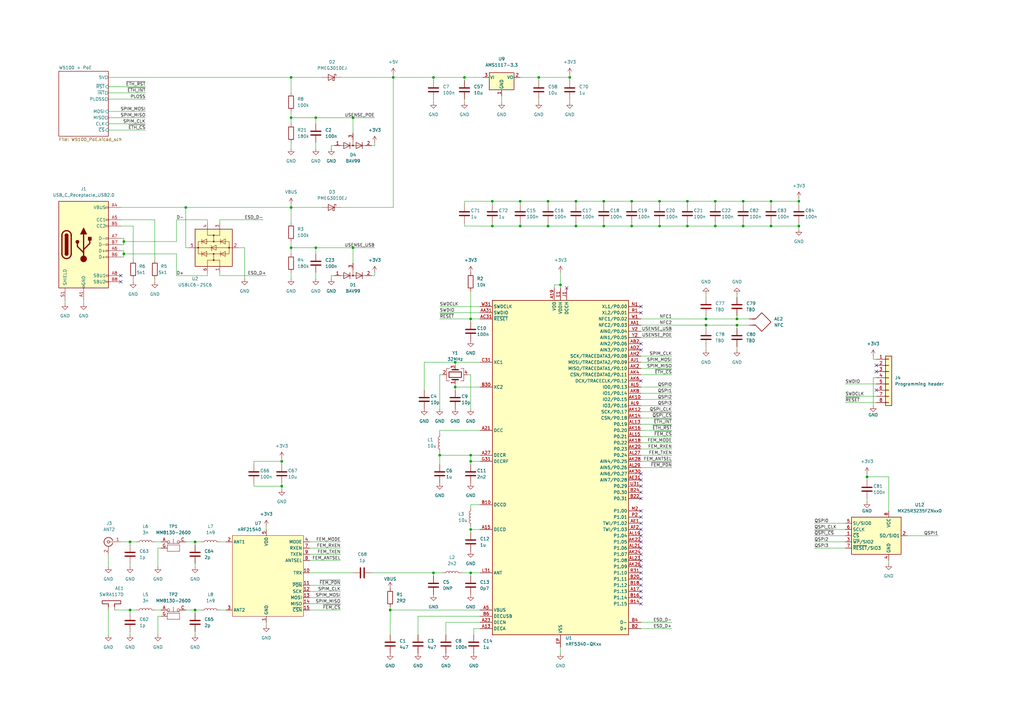
<source format=kicad_sch>
(kicad_sch (version 20211123) (generator eeschema)
  (paper "A3")
  (junction (at 327.66 92.71))
  (junction (at 193.04 234.95))
  (junction (at 53.34 250.19))
  (junction (at 213.36 92.71))
  (junction (at 177.8 31.75))
  (junction (at 119.38 85.09))
  (junction (at 236.22 92.71))
  (junction (at 270.51 82.55))
  (junction (at 50.8 99.06))
  (junction (at 80.01 222.25))
  (junction (at 115.57 189.23))
  (junction (at 193.04 130.81))
  (junction (at 304.8 82.55))
  (junction (at 236.22 82.55))
  (junction (at 53.34 222.25))
  (junction (at 327.66 82.55))
  (junction (at 224.79 92.71))
  (junction (at 50.8 104.14))
  (junction (at 233.68 31.75))
  (junction (at 193.04 217.17))
  (junction (at 259.08 82.55))
  (junction (at 160.02 250.19))
  (junction (at 144.78 101.6))
  (junction (at 129.54 101.6))
  (junction (at 76.2 85.09))
  (junction (at 281.94 82.55))
  (junction (at 144.78 48.26))
  (junction (at 119.38 31.75))
  (junction (at 247.65 82.55))
  (junction (at 302.26 133.35))
  (junction (at 220.98 31.75))
  (junction (at 186.69 148.59))
  (junction (at 193.04 189.23))
  (junction (at 119.38 48.26))
  (junction (at 247.65 92.71))
  (junction (at 259.08 92.71))
  (junction (at 115.57 199.39))
  (junction (at 186.69 158.75))
  (junction (at 302.26 130.81))
  (junction (at 289.56 130.81))
  (junction (at 316.23 82.55))
  (junction (at 355.6 195.58))
  (junction (at 180.34 186.69))
  (junction (at 293.37 82.55))
  (junction (at 80.01 250.19))
  (junction (at 229.87 116.84))
  (junction (at 201.93 82.55))
  (junction (at 213.36 82.55))
  (junction (at 119.38 101.6))
  (junction (at 316.23 92.71))
  (junction (at 190.5 31.75))
  (junction (at 129.54 48.26))
  (junction (at 224.79 82.55))
  (junction (at 304.8 92.71))
  (junction (at 161.29 31.75))
  (junction (at 270.51 92.71))
  (junction (at 289.56 133.35))
  (junction (at 201.93 92.71))
  (junction (at 281.94 92.71))
  (junction (at 293.37 92.71))
  (junction (at 177.8 234.95))
  (junction (at 193.04 186.69))
  (no_connect (at 262.89 227.33))
  (no_connect (at 262.89 199.39))
  (no_connect (at 262.89 245.11))
  (no_connect (at 262.89 212.09))
  (no_connect (at 49.53 113.03))
  (no_connect (at 262.89 194.31))
  (no_connect (at 359.41 160.02))
  (no_connect (at 262.89 128.27))
  (no_connect (at 262.89 201.93))
  (no_connect (at 262.89 156.21))
  (no_connect (at 49.53 115.57))
  (no_connect (at 262.89 214.63))
  (no_connect (at 262.89 217.17))
  (no_connect (at 232.41 118.11))
  (no_connect (at 262.89 125.73))
  (no_connect (at 262.89 229.87))
  (no_connect (at 262.89 196.85))
  (no_connect (at 262.89 237.49))
  (no_connect (at 359.41 152.4))
  (no_connect (at 262.89 204.47))
  (no_connect (at 262.89 224.79))
  (no_connect (at 262.89 232.41))
  (no_connect (at 262.89 234.95))
  (no_connect (at 262.89 247.65))
  (no_connect (at 262.89 209.55))
  (no_connect (at 262.89 222.25))
  (no_connect (at 359.41 149.86))
  (no_connect (at 262.89 143.51))
  (no_connect (at 262.89 219.71))
  (no_connect (at 262.89 242.57))
  (no_connect (at 262.89 240.03))
  (no_connect (at 262.89 140.97))
  (wire (pts (xy 59.69 48.26) (xy 44.45 48.26)))
  (wire (pts (xy 59.69 45.72) (xy 44.45 45.72)))
  (wire (pts (xy 127 247.65) (xy 139.7 247.65)))
  (wire (pts (xy 49.53 105.41) (xy 50.8 105.41)))
  (wire (pts (xy 50.8 104.14) (xy 50.8 105.41)))
  (wire (pts (xy 262.89 176.53) (xy 275.59 176.53)))
  (wire (pts (xy 302.26 133.35) (xy 307.34 133.35)))
  (wire (pts (xy 76.2 101.6) (xy 76.2 85.09)))
  (wire (pts (xy 259.08 82.55) (xy 259.08 83.82)))
  (wire (pts (xy 49.53 222.25) (xy 53.34 222.25)))
  (wire (pts (xy 262.89 181.61) (xy 275.59 181.61)))
  (wire (pts (xy 190.5 31.75) (xy 198.12 31.75)))
  (wire (pts (xy 119.38 111.76) (xy 119.38 114.3)))
  (wire (pts (xy 50.8 102.87) (xy 50.8 104.14)))
  (wire (pts (xy 201.93 92.71) (xy 213.36 92.71)))
  (wire (pts (xy 346.71 165.1) (xy 359.41 165.1)))
  (wire (pts (xy 53.34 231.14) (xy 53.34 232.41)))
  (wire (pts (xy 72.39 99.06) (xy 50.8 99.06)))
  (wire (pts (xy 152.4 234.95) (xy 177.8 234.95)))
  (wire (pts (xy 293.37 92.71) (xy 293.37 91.44)))
  (wire (pts (xy 173.99 148.59) (xy 186.69 148.59)))
  (wire (pts (xy 334.01 224.79) (xy 346.71 224.79)))
  (wire (pts (xy 193.04 234.95) (xy 196.85 234.95)))
  (wire (pts (xy 262.89 186.69) (xy 275.59 186.69)))
  (wire (pts (xy 180.34 125.73) (xy 196.85 125.73)))
  (wire (pts (xy 355.6 204.47) (xy 355.6 205.74)))
  (wire (pts (xy 355.6 194.31) (xy 355.6 195.58)))
  (wire (pts (xy 90.17 91.44) (xy 90.17 90.17)))
  (wire (pts (xy 281.94 82.55) (xy 281.94 83.82)))
  (wire (pts (xy 259.08 92.71) (xy 270.51 92.71)))
  (wire (pts (xy 364.49 195.58) (xy 364.49 209.55)))
  (wire (pts (xy 26.67 123.19) (xy 26.67 124.46)))
  (wire (pts (xy 359.41 154.94) (xy 358.14 154.94)))
  (wire (pts (xy 359.41 147.32) (xy 358.14 147.32)))
  (wire (pts (xy 190.5 82.55) (xy 201.93 82.55)))
  (wire (pts (xy 220.98 31.75) (xy 233.68 31.75)))
  (wire (pts (xy 119.38 31.75) (xy 44.45 31.75)))
  (wire (pts (xy 129.54 104.14) (xy 129.54 101.6)))
  (wire (pts (xy 160.02 248.92) (xy 160.02 250.19)))
  (wire (pts (xy 358.14 147.32) (xy 358.14 146.05)))
  (wire (pts (xy 302.26 130.81) (xy 307.34 130.81)))
  (wire (pts (xy 334.01 214.63) (xy 346.71 214.63)))
  (wire (pts (xy 316.23 91.44) (xy 316.23 92.71)))
  (wire (pts (xy 193.04 189.23) (xy 196.85 189.23)))
  (wire (pts (xy 227.33 116.84) (xy 229.87 116.84)))
  (wire (pts (xy 153.67 101.6) (xy 144.78 101.6)))
  (wire (pts (xy 262.89 130.81) (xy 289.56 130.81)))
  (wire (pts (xy 346.71 162.56) (xy 359.41 162.56)))
  (wire (pts (xy 236.22 92.71) (xy 247.65 92.71)))
  (wire (pts (xy 316.23 92.71) (xy 304.8 92.71)))
  (wire (pts (xy 193.04 217.17) (xy 193.04 218.44)))
  (wire (pts (xy 80.01 250.19) (xy 80.01 251.46)))
  (wire (pts (xy 153.67 58.42) (xy 153.67 59.69)))
  (wire (pts (xy 127 224.79) (xy 139.7 224.79)))
  (wire (pts (xy 262.89 148.59) (xy 275.59 148.59)))
  (wire (pts (xy 190.5 92.71) (xy 201.93 92.71)))
  (wire (pts (xy 293.37 82.55) (xy 304.8 82.55)))
  (wire (pts (xy 275.59 158.75) (xy 262.89 158.75)))
  (wire (pts (xy 104.14 189.23) (xy 104.14 190.5)))
  (wire (pts (xy 193.04 186.69) (xy 193.04 189.23)))
  (wire (pts (xy 196.85 186.69) (xy 193.04 186.69)))
  (wire (pts (xy 233.68 33.02) (xy 233.68 31.75)))
  (wire (pts (xy 129.54 111.76) (xy 129.54 114.3)))
  (wire (pts (xy 355.6 195.58) (xy 364.49 195.58)))
  (wire (pts (xy 54.61 92.71) (xy 49.53 92.71)))
  (wire (pts (xy 119.38 58.42) (xy 119.38 60.96)))
  (wire (pts (xy 161.29 31.75) (xy 161.29 85.09)))
  (wire (pts (xy 262.89 173.99) (xy 275.59 173.99)))
  (wire (pts (xy 115.57 199.39) (xy 115.57 198.12)))
  (wire (pts (xy 127 245.11) (xy 139.7 245.11)))
  (wire (pts (xy 119.38 99.06) (xy 119.38 101.6)))
  (wire (pts (xy 205.74 39.37) (xy 205.74 41.91)))
  (wire (pts (xy 293.37 82.55) (xy 293.37 83.82)))
  (wire (pts (xy 193.04 215.9) (xy 193.04 217.17)))
  (wire (pts (xy 119.38 101.6) (xy 129.54 101.6)))
  (wire (pts (xy 190.5 40.64) (xy 190.5 41.91)))
  (wire (pts (xy 327.66 92.71) (xy 327.66 93.98)))
  (wire (pts (xy 227.33 116.84) (xy 227.33 118.11)))
  (wire (pts (xy 53.34 250.19) (xy 55.88 250.19)))
  (wire (pts (xy 63.5 222.25) (xy 66.04 222.25)))
  (wire (pts (xy 275.59 166.37) (xy 262.89 166.37)))
  (wire (pts (xy 171.45 252.73) (xy 171.45 260.35)))
  (wire (pts (xy 304.8 83.82) (xy 304.8 82.55)))
  (wire (pts (xy 229.87 265.43) (xy 229.87 267.97)))
  (wire (pts (xy 127 229.87) (xy 139.7 229.87)))
  (wire (pts (xy 129.54 48.26) (xy 144.78 48.26)))
  (wire (pts (xy 289.56 129.54) (xy 289.56 130.81)))
  (wire (pts (xy 334.01 217.17) (xy 346.71 217.17)))
  (wire (pts (xy 327.66 81.28) (xy 327.66 82.55)))
  (wire (pts (xy 346.71 157.48) (xy 359.41 157.48)))
  (wire (pts (xy 190.5 82.55) (xy 190.5 83.82)))
  (wire (pts (xy 262.89 257.81) (xy 275.59 257.81)))
  (wire (pts (xy 59.69 53.34) (xy 44.45 53.34)))
  (wire (pts (xy 229.87 116.84) (xy 229.87 118.11)))
  (wire (pts (xy 327.66 82.55) (xy 327.66 83.82)))
  (wire (pts (xy 270.51 82.55) (xy 281.94 82.55)))
  (wire (pts (xy 132.08 31.75) (xy 119.38 31.75)))
  (wire (pts (xy 189.23 234.95) (xy 193.04 234.95)))
  (wire (pts (xy 193.04 132.08) (xy 193.04 130.81)))
  (wire (pts (xy 275.59 171.45) (xy 262.89 171.45)))
  (wire (pts (xy 153.67 48.26) (xy 144.78 48.26)))
  (wire (pts (xy 364.49 229.87) (xy 364.49 231.14)))
  (wire (pts (xy 119.38 48.26) (xy 129.54 48.26)))
  (wire (pts (xy 259.08 91.44) (xy 259.08 92.71)))
  (wire (pts (xy 247.65 91.44) (xy 247.65 92.71)))
  (wire (pts (xy 127 250.19) (xy 139.7 250.19)))
  (wire (pts (xy 275.59 163.83) (xy 262.89 163.83)))
  (wire (pts (xy 193.04 119.38) (xy 193.04 130.81)))
  (wire (pts (xy 281.94 82.55) (xy 293.37 82.55)))
  (wire (pts (xy 161.29 30.48) (xy 161.29 31.75)))
  (wire (pts (xy 262.89 161.29) (xy 275.59 161.29)))
  (wire (pts (xy 224.79 92.71) (xy 236.22 92.71)))
  (wire (pts (xy 115.57 199.39) (xy 115.57 200.66)))
  (wire (pts (xy 190.5 31.75) (xy 190.5 33.02)))
  (wire (pts (xy 236.22 82.55) (xy 236.22 83.82)))
  (wire (pts (xy 262.89 146.05) (xy 275.59 146.05)))
  (wire (pts (xy 80.01 259.08) (xy 80.01 260.35)))
  (wire (pts (xy 34.29 123.19) (xy 34.29 124.46)))
  (wire (pts (xy 262.89 138.43) (xy 275.59 138.43)))
  (wire (pts (xy 196.85 250.19) (xy 160.02 250.19)))
  (wire (pts (xy 181.61 234.95) (xy 177.8 234.95)))
  (wire (pts (xy 181.61 153.67) (xy 180.34 153.67)))
  (wire (pts (xy 262.89 151.13) (xy 275.59 151.13)))
  (wire (pts (xy 144.78 101.6) (xy 144.78 107.95)))
  (wire (pts (xy 127 240.03) (xy 139.7 240.03)))
  (wire (pts (xy 85.09 90.17) (xy 85.09 91.44)))
  (wire (pts (xy 72.39 104.14) (xy 72.39 113.03)))
  (wire (pts (xy 236.22 82.55) (xy 247.65 82.55)))
  (wire (pts (xy 289.56 142.24) (xy 289.56 143.51)))
  (wire (pts (xy 190.5 91.44) (xy 190.5 92.71)))
  (wire (pts (xy 224.79 82.55) (xy 236.22 82.55)))
  (wire (pts (xy 76.2 250.19) (xy 80.01 250.19)))
  (wire (pts (xy 193.04 207.01) (xy 193.04 208.28)))
  (wire (pts (xy 63.5 250.19) (xy 66.04 250.19)))
  (wire (pts (xy 186.69 158.75) (xy 196.85 158.75)))
  (wire (pts (xy 196.85 252.73) (xy 171.45 252.73)))
  (wire (pts (xy 80.01 231.14) (xy 80.01 232.41)))
  (wire (pts (xy 201.93 82.55) (xy 201.93 83.82)))
  (wire (pts (xy 153.67 59.69) (xy 152.4 59.69)))
  (wire (pts (xy 173.99 160.02) (xy 173.99 148.59)))
  (wire (pts (xy 50.8 100.33) (xy 50.8 99.06)))
  (wire (pts (xy 153.67 113.03) (xy 152.4 113.03)))
  (wire (pts (xy 139.7 85.09) (xy 161.29 85.09)))
  (wire (pts (xy 262.89 184.15) (xy 275.59 184.15)))
  (wire (pts (xy 233.68 30.48) (xy 233.68 31.75)))
  (wire (pts (xy 72.39 104.14) (xy 50.8 104.14)))
  (wire (pts (xy 196.85 217.17) (xy 193.04 217.17)))
  (wire (pts (xy 302.26 134.62) (xy 302.26 133.35)))
  (wire (pts (xy 153.67 111.76) (xy 153.67 113.03)))
  (wire (pts (xy 275.59 168.91) (xy 262.89 168.91)))
  (wire (pts (xy 196.85 176.53) (xy 180.34 176.53)))
  (wire (pts (xy 289.56 120.65) (xy 289.56 121.92)))
  (wire (pts (xy 64.77 232.41) (xy 64.77 224.79)))
  (wire (pts (xy 85.09 113.03) (xy 85.09 111.76)))
  (wire (pts (xy 281.94 91.44) (xy 281.94 92.71)))
  (wire (pts (xy 90.17 222.25) (xy 92.71 222.25)))
  (wire (pts (xy 109.22 215.9) (xy 109.22 217.17)))
  (wire (pts (xy 59.69 35.56) (xy 44.45 35.56)))
  (wire (pts (xy 137.16 113.03) (xy 135.89 113.03)))
  (wire (pts (xy 177.8 40.64) (xy 177.8 41.91)))
  (wire (pts (xy 119.38 45.72) (xy 119.38 48.26)))
  (wire (pts (xy 302.26 120.65) (xy 302.26 121.92)))
  (wire (pts (xy 76.2 85.09) (xy 49.53 85.09)))
  (wire (pts (xy 53.34 251.46) (xy 53.34 250.19)))
  (wire (pts (xy 262.89 133.35) (xy 289.56 133.35)))
  (wire (pts (xy 304.8 92.71) (xy 293.37 92.71)))
  (wire (pts (xy 177.8 33.02) (xy 177.8 31.75)))
  (wire (pts (xy 63.5 114.3) (xy 63.5 115.57)))
  (wire (pts (xy 127 242.57) (xy 139.7 242.57)))
  (wire (pts (xy 54.61 106.68) (xy 54.61 92.71)))
  (wire (pts (xy 63.5 90.17) (xy 49.53 90.17)))
  (wire (pts (xy 186.69 158.75) (xy 186.69 160.02)))
  (wire (pts (xy 59.69 40.64) (xy 44.45 40.64)))
  (wire (pts (xy 180.34 153.67) (xy 180.34 167.64)))
  (wire (pts (xy 107.95 90.17) (xy 90.17 90.17)))
  (wire (pts (xy 119.38 48.26) (xy 119.38 50.8)))
  (wire (pts (xy 53.34 222.25) (xy 55.88 222.25)))
  (wire (pts (xy 50.8 99.06) (xy 50.8 97.79)))
  (wire (pts (xy 77.47 101.6) (xy 76.2 101.6)))
  (wire (pts (xy 191.77 153.67) (xy 193.04 153.67)))
  (wire (pts (xy 54.61 114.3) (xy 54.61 115.57)))
  (wire (pts (xy 129.54 50.8) (xy 129.54 48.26)))
  (wire (pts (xy 262.89 135.89) (xy 275.59 135.89)))
  (wire (pts (xy 262.89 189.23) (xy 275.59 189.23)))
  (wire (pts (xy 193.04 153.67) (xy 193.04 167.64)))
  (wire (pts (xy 59.69 38.1) (xy 44.45 38.1)))
  (wire (pts (xy 304.8 91.44) (xy 304.8 92.71)))
  (wire (pts (xy 132.08 85.09) (xy 119.38 85.09)))
  (wire (pts (xy 53.34 223.52) (xy 53.34 222.25)))
  (wire (pts (xy 90.17 111.76) (xy 90.17 113.03)))
  (wire (pts (xy 193.04 189.23) (xy 193.04 190.5)))
  (wire (pts (xy 104.14 189.23) (xy 115.57 189.23)))
  (wire (pts (xy 64.77 260.35) (xy 64.77 252.73)))
  (wire (pts (xy 72.39 113.03) (xy 85.09 113.03)))
  (wire (pts (xy 160.02 250.19) (xy 160.02 260.35)))
  (wire (pts (xy 59.69 50.8) (xy 44.45 50.8)))
  (wire (pts (xy 262.89 179.07) (xy 275.59 179.07)))
  (wire (pts (xy 80.01 222.25) (xy 80.01 223.52)))
  (wire (pts (xy 213.36 91.44) (xy 213.36 92.71)))
  (wire (pts (xy 104.14 199.39) (xy 115.57 199.39)))
  (wire (pts (xy 289.56 134.62) (xy 289.56 133.35)))
  (wire (pts (xy 193.04 130.81) (xy 196.85 130.81)))
  (wire (pts (xy 302.26 129.54) (xy 302.26 130.81)))
  (wire (pts (xy 180.34 176.53) (xy 180.34 177.8)))
  (wire (pts (xy 233.68 40.64) (xy 233.68 41.91)))
  (wire (pts (xy 247.65 92.71) (xy 259.08 92.71)))
  (wire (pts (xy 80.01 250.19) (xy 82.55 250.19)))
  (wire (pts (xy 270.51 92.71) (xy 281.94 92.71)))
  (wire (pts (xy 186.69 148.59) (xy 196.85 148.59)))
  (wire (pts (xy 46.99 250.19) (xy 53.34 250.19)))
  (wire (pts (xy 213.36 82.55) (xy 224.79 82.55)))
  (wire (pts (xy 180.34 186.69) (xy 180.34 185.42)))
  (wire (pts (xy 180.34 186.69) (xy 180.34 190.5)))
  (wire (pts (xy 127 222.25) (xy 139.7 222.25)))
  (wire (pts (xy 334.01 222.25) (xy 346.71 222.25)))
  (wire (pts (xy 72.39 99.06) (xy 72.39 90.17)))
  (wire (pts (xy 129.54 101.6) (xy 144.78 101.6)))
  (wire (pts (xy 44.45 250.19) (xy 44.45 260.35)))
  (wire (pts (xy 262.89 255.27) (xy 275.59 255.27)))
  (wire (pts (xy 213.36 31.75) (xy 220.98 31.75)))
  (wire (pts (xy 327.66 92.71) (xy 316.23 92.71)))
  (wire (pts (xy 302.26 142.24) (xy 302.26 143.51)))
  (wire (pts (xy 76.2 222.25) (xy 80.01 222.25)))
  (wire (pts (xy 334.01 219.71) (xy 346.71 219.71)))
  (wire (pts (xy 194.31 257.81) (xy 196.85 257.81)))
  (wire (pts (xy 177.8 234.95) (xy 177.8 236.22)))
  (wire (pts (xy 358.14 154.94) (xy 358.14 166.37)))
  (wire (pts (xy 196.85 207.01) (xy 193.04 207.01)))
  (wire (pts (xy 289.56 133.35) (xy 302.26 133.35)))
  (wire (pts (xy 186.69 157.48) (xy 186.69 158.75)))
  (wire (pts (xy 100.33 101.6) (xy 100.33 114.3)))
  (wire (pts (xy 72.39 90.17) (xy 85.09 90.17)))
  (wire (pts (xy 194.31 260.35) (xy 194.31 257.81)))
  (wire (pts (xy 64.77 252.73) (xy 66.04 252.73)))
  (wire (pts (xy 53.34 259.08) (xy 53.34 260.35)))
  (wire (pts (xy 355.6 195.58) (xy 355.6 196.85)))
  (wire (pts (xy 115.57 187.96) (xy 115.57 189.23)))
  (wire (pts (xy 270.51 91.44) (xy 270.51 92.71)))
  (wire (pts (xy 180.34 130.81) (xy 193.04 130.81)))
  (wire (pts (xy 213.36 83.82) (xy 213.36 82.55)))
  (wire (pts (xy 220.98 31.75) (xy 220.98 33.02)))
  (wire (pts (xy 289.56 130.81) (xy 302.26 130.81)))
  (wire (pts (xy 262.89 191.77) (xy 275.59 191.77)))
  (wire (pts (xy 180.34 186.69) (xy 193.04 186.69)))
  (wire (pts (xy 49.53 102.87) (xy 50.8 102.87)))
  (wire (pts (xy 144.78 48.26) (xy 144.78 54.61)))
  (wire (pts (xy 80.01 222.25) (xy 82.55 222.25)))
  (wire (pts (xy 63.5 106.68) (xy 63.5 90.17)))
  (wire (pts (xy 135.89 113.03) (xy 135.89 114.3)))
  (wire (pts (xy 236.22 91.44) (xy 236.22 92.71)))
  (wire (pts (xy 213.36 92.71) (xy 224.79 92.71)))
  (wire (pts (xy 201.93 82.55) (xy 213.36 82.55)))
  (wire (pts (xy 119.38 101.6) (xy 119.38 104.14)))
  (wire (pts (xy 182.88 255.27) (xy 182.88 260.35)))
  (wire (pts (xy 247.65 82.55) (xy 247.65 83.82)))
  (wire (pts (xy 224.79 91.44) (xy 224.79 92.71)))
  (wire (pts (xy 109.22 113.03) (xy 90.17 113.03)))
  (wire (pts (xy 119.38 85.09) (xy 76.2 85.09)))
  (wire (pts (xy 224.79 82.55) (xy 224.79 83.82)))
  (wire (pts (xy 196.85 255.27) (xy 182.88 255.27)))
  (wire (pts (xy 180.34 128.27) (xy 196.85 128.27)))
  (wire (pts (xy 104.14 198.12) (xy 104.14 199.39)))
  (wire (pts (xy 161.29 31.75) (xy 177.8 31.75)))
  (wire (pts (xy 119.38 85.09) (xy 119.38 91.44)))
  (wire (pts (xy 127 227.33) (xy 139.7 227.33)))
  (wire (pts (xy 186.69 148.59) (xy 186.69 149.86)))
  (wire (pts (xy 139.7 31.75) (xy 161.29 31.75)))
  (wire (pts (xy 327.66 82.55) (xy 316.23 82.55)))
  (wire (pts (xy 247.65 82.55) (xy 259.08 82.55)))
  (wire (pts (xy 129.54 58.42) (xy 129.54 60.96)))
  (wire (pts (xy 201.93 91.44) (xy 201.93 92.71)))
  (wire (pts (xy 119.38 31.75) (xy 119.38 38.1)))
  (wire (pts (xy 177.8 31.75) (xy 190.5 31.75)))
  (wire (pts (xy 97.79 101.6) (xy 100.33 101.6)))
  (wire (pts (xy 229.87 111.76) (xy 229.87 116.84)))
  (wire (pts (xy 270.51 82.55) (xy 270.51 83.82)))
  (wire (pts (xy 327.66 91.44) (xy 327.66 92.71)))
  (wire (pts (xy 44.45 227.33) (xy 44.45 232.41)))
  (wire (pts (xy 109.22 255.27) (xy 109.22 256.54)))
  (wire (pts (xy 49.53 100.33) (xy 50.8 100.33)))
  (wire (pts (xy 135.89 59.69) (xy 135.89 60.96)))
  (wire (pts (xy 220.98 40.64) (xy 220.98 41.91)))
  (wire (pts (xy 127 234.95) (xy 144.78 234.95)))
  (wire (pts (xy 262.89 153.67) (xy 275.59 153.67)))
  (wire (pts (xy 259.08 82.55) (xy 270.51 82.55)))
  (wire (pts (xy 193.04 234.95) (xy 193.04 236.22)))
  (wire (pts (xy 115.57 189.23) (xy 115.57 190.5)))
  (wire (pts (xy 90.17 250.19) (xy 92.71 250.19)))
  (wire (pts (xy 281.94 92.71) (xy 293.37 92.71)))
  (wire (pts (xy 372.11 219.71) (xy 384.81 219.71)))
  (wire (pts (xy 316.23 82.55) (xy 304.8 82.55)))
  (wire (pts (xy 137.16 59.69) (xy 135.89 59.69)))
  (wire (pts (xy 119.38 83.82) (xy 119.38 85.09)))
  (wire (pts (xy 50.8 97.79) (xy 49.53 97.79)))
  (wire (pts (xy 316.23 82.55) (xy 316.23 83.82)))
  (wire (pts (xy 64.77 224.79) (xy 66.04 224.79)))
  (label "~{FEM_CS}" (at 139.7 250.19 180))
  (label "~{ETH_CS}" (at 275.59 153.67 180))
  (label "FEM_ANTSEL" (at 139.7 229.87 180))
  (label "FEM_ANTSEL" (at 275.59 189.23 180))
  (label "SPIM_CLK" (at 275.59 146.05 180))
  (label "~{ETH_INT}" (at 275.59 173.99 180))
  (label "~{RESET}" (at 180.34 130.81 0))
  (label "FEM_TXEN" (at 275.59 186.69 180))
  (label "~{FEM_PDN}" (at 139.7 240.03 180))
  (label "~{ETH_RST}" (at 59.69 35.56 180))
  (label "PLOSS" (at 59.69 40.64 180))
  (label "~{QSPI_CS}" (at 275.59 171.45 180))
  (label "SPIM_MOSI" (at 59.69 45.72 180))
  (label "ESD_D-" (at 275.59 255.27 180))
  (label "FEM_RXEN" (at 139.7 224.79 180))
  (label "NFC2" (at 275.59 133.35 180))
  (label "SPIM_CLK" (at 139.7 242.57 180))
  (label "ESD_D+" (at 109.22 113.03 180))
  (label "QSPI1" (at 275.59 161.29 180))
  (label "QSPI2" (at 334.01 222.25 0))
  (label "QSPI1" (at 384.81 219.71 180))
  (label "D-" (at 72.39 90.17 0))
  (label "~{RESET}" (at 346.71 165.1 0))
  (label "~{ETH_CS}" (at 59.69 53.34 180))
  (label "~{ETH_INT}" (at 59.69 38.1 180))
  (label "SPIM_MOSI" (at 275.59 148.59 180))
  (label "FEM_MODE" (at 139.7 222.25 180))
  (label "USENSE_USB" (at 153.67 101.6 180))
  (label "SWDCLK" (at 180.34 125.73 0))
  (label "SPIM_MISO" (at 139.7 247.65 180))
  (label "USENSE_POE" (at 153.67 48.26 180))
  (label "USENSE_POE" (at 275.59 138.43 180))
  (label "FEM_MODE" (at 275.59 181.61 180))
  (label "QSPI3" (at 275.59 166.37 180))
  (label "~{FEM_PDN}" (at 275.59 191.77 180))
  (label "SPIM_MISO" (at 275.59 151.13 180))
  (label "NFC1" (at 275.59 130.81 180))
  (label "QSPI0" (at 275.59 158.75 180))
  (label "ESD_D-" (at 107.95 90.17 180))
  (label "~{QSPI_CS}" (at 334.01 219.71 0))
  (label "D+" (at 72.39 113.03 0))
  (label "SPIM_MOSI" (at 139.7 245.11 180))
  (label "SWDCLK" (at 346.71 162.56 0))
  (label "~{FEM_CS}" (at 275.59 179.07 180))
  (label "FEM_TXEN" (at 139.7 227.33 180))
  (label "USENSE_USB" (at 275.59 135.89 180))
  (label "SPIM_MISO" (at 59.69 48.26 180))
  (label "QSPI0" (at 334.01 214.63 0))
  (label "~{ETH_RST}" (at 275.59 176.53 180))
  (label "QSPI_CLK" (at 334.01 217.17 0))
  (label "FEM_RXEN" (at 275.59 184.15 180))
  (label "SPIM_CLK" (at 59.69 50.8 180))
  (label "SWDIO" (at 180.34 128.27 0))
  (label "QSPI_CLK" (at 275.59 168.91 180))
  (label "QSPI2" (at 275.59 163.83 180))
  (label "QSPI3" (at 334.01 224.79 0))
  (label "SWDIO" (at 346.71 157.48 0))
  (label "ESD_D+" (at 275.59 257.81 180))
  (symbol (lib_id "power:GND") (at 173.99 167.64 0) (unit 1)
    (property "Reference" "#PWR04" (effects hide))
    (property "Value" "GND" (at 173.99 172.72 0))
  )
  (symbol (lib_id "Diode:PMEG3010EJ") (at 135.89 85.09 0) (mirror y) (unit 1)
    (property "Reference" "D3" (at 136.2075 78.74 0))
    (property "Value" "PMEG3010EJ" (at 136.2075 81.28 0))
    (property "Footprint" "Diode_SMD:D_SOD-323F" (effects hide))
    (property "Datasheet" "https://assets.nexperia.com/documents/data-sheet/PMEG3010EH_EJ_ET.pdf" (effects hide))
  )
  (symbol (lib_id "power:GND") (at 177.8 41.91 0) (unit 1)
    (property "Reference" "#PWR0120" (effects hide))
    (property "Value" "GND" (at 177.8 46.99 0))
  )
  (symbol (lib_id "power:GND") (at 129.54 60.96 0) (unit 1)
    (property "Reference" "#PWR0112" (effects hide))
    (property "Value" "GND" (at 129.54 66.04 0))
  )
  (symbol (lib_id "Connector_Generic:Conn_01x08") (at 364.49 154.94 0) (unit 1)
    (property "Reference" "J4" (at 367.03 154.9399 0) (effects (justify left)))
    (property "Value" "Programming header" (at 367.03 157.4799 0) (effects (justify left)))
    (property "Footprint" "soicbite:SOIC_clipProgSmall" (effects hide))
  )
  (symbol (lib_id "Device:C") (at 213.36 87.63 0) (unit 1)
    (property "Reference" "C15" (at 215.9 86.36 0) (effects (justify left)))
    (property "Value" "100n" (at 215.9 88.9 0) (effects (justify left)))
    (property "Footprint" "Capacitor_SMD:C_0402_1005Metric" (effects hide))
  )
  (symbol (lib_id "power:+3V3") (at 229.87 111.76 0) (unit 1)
    (property "Reference" "#PWR019" (effects hide))
    (property "Value" "+3V3" (at 229.87 106.68 0))
  )
  (symbol (lib_id "power:GND") (at 26.67 124.46 0) (unit 1)
    (property "Reference" "#PWR034" (effects hide))
    (property "Value" "GND" (at 26.67 129.54 0))
  )
  (symbol (lib_id "power:GND") (at 190.5 41.91 0) (unit 1)
    (property "Reference" "#PWR0121" (effects hide))
    (property "Value" "GND" (at 190.5 46.99 0))
  )
  (symbol (lib_id "Regulator_Linear:AMS1117-3.3") (at 205.74 31.75 0) (unit 1)
    (property "Reference" "U9" (at 205.74 24.13 0))
    (property "Value" "AMS1117-3.3" (at 205.74 26.67 0))
    (property "Footprint" "Package_TO_SOT_SMD:SOT-223-3_TabPin2" (effects hide))
    (property "Datasheet" "http://www.advanced-monolithic.com/pdf/ds1117.pdf" (effects hide))
  )
  (symbol (lib_id "nordic:nRF21540") (at 109.22 228.6 0) (mirror y) (unit 1)
    (property "Reference" "U7" (at 107.2006 214.63 0) (effects (justify left)))
    (property "Value" "nRF21540" (at 107.2006 217.17 0) (effects (justify left)))
    (property "Footprint" "Package_DFN_QFN:QFN-16-1EP_4x4mm_P0.65mm_EP2.7x2.7mm_ThermalVias" (effects hide))
  )
  (symbol (lib_id "Device:R") (at 119.38 95.25 0) (unit 1)
    (property "Reference" "R3" (at 121.92 93.9799 0) (effects (justify left)))
    (property "Value" "100k" (at 121.92 96.5199 0) (effects (justify left)))
    (property "Footprint" "Resistor_SMD:R_0402_1005Metric" (effects hide))
  )
  (symbol (lib_id "Device:C") (at 302.26 138.43 0) (unit 1)
    (property "Reference" "C80" (at 306.07 137.1599 0) (effects (justify left)))
    (property "Value" "TBD" (at 306.07 139.6999 0) (effects (justify left)))
    (property "Footprint" "Capacitor_SMD:C_0402_1005Metric" (effects hide))
  )
  (symbol (lib_id "Device:C") (at 129.54 54.61 0) (unit 1)
    (property "Reference" "C2" (at 133.35 53.3399 0) (effects (justify left)))
    (property "Value" "100n" (at 133.35 55.8799 0) (effects (justify left)))
    (property "Footprint" "Capacitor_SMD:C_0402_1005Metric" (effects hide))
  )
  (symbol (lib_id "Memory_Flash:MX25R3235FZNxx0") (at 359.41 219.71 0) (unit 1)
    (property "Reference" "U12" (at 377.19 207.01 0))
    (property "Value" "MX25R3235FZNxx0" (at 377.19 209.55 0))
    (property "Footprint" "Package_SON:WSON-8-1EP_6x5mm_P1.27mm_EP3.4x4mm" (effects hide))
    (property "Datasheet" "http://www.macronix.com/Lists/Datasheet/Attachments/7534/MX25R3235F,%20Wide%20Range,%2032Mb,%20v1.6.pdf" (effects hide))
  )
  (symbol (lib_id "Device:C") (at 193.04 135.89 0) (unit 1)
    (property "Reference" "C10" (at 195.58 134.62 0) (effects (justify left)))
    (property "Value" "100n" (at 195.58 137.16 0) (effects (justify left)))
    (property "Footprint" "Capacitor_SMD:C_0402_1005Metric" (effects hide))
  )
  (symbol (lib_id "Device:C") (at 247.65 87.63 0) (unit 1)
    (property "Reference" "C18" (at 250.19 86.36 0) (effects (justify left)))
    (property "Value" "100n" (at 250.19 88.9 0) (effects (justify left)))
    (property "Footprint" "Capacitor_SMD:C_0402_1005Metric" (effects hide))
  )
  (symbol (lib_id "Device:R") (at 54.61 110.49 0) (unit 1)
    (property "Reference" "R6" (at 59.69 109.22 0) (effects (justify right)))
    (property "Value" "5k1" (at 59.69 111.76 0) (effects (justify right)))
    (property "Footprint" "Resistor_SMD:R_0402_1005Metric" (effects hide))
  )
  (symbol (lib_id "power:+3V3") (at 327.66 81.28 0) (unit 1)
    (property "Reference" "#PWR021" (effects hide))
    (property "Value" "+3V3" (at 327.66 76.2 0))
  )
  (symbol (lib_id "Device:C") (at 316.23 87.63 0) (unit 1)
    (property "Reference" "C83" (at 318.77 86.36 0) (effects (justify left)))
    (property "Value" "100n" (at 318.77 88.9 0) (effects (justify left)))
    (property "Footprint" "Capacitor_SMD:C_0402_1005Metric" (effects hide))
  )
  (symbol (lib_id "Device:C") (at 193.04 194.31 0) (unit 1)
    (property "Reference" "C11" (at 195.58 193.04 0) (effects (justify left)))
    (property "Value" "2n2" (at 195.58 195.58 0) (effects (justify left)))
    (property "Footprint" "Capacitor_SMD:C_0402_1005Metric" (effects hide))
  )
  (symbol (lib_id "Device:C") (at 270.51 87.63 0) (unit 1)
    (property "Reference" "C20" (at 273.05 86.36 0) (effects (justify left)))
    (property "Value" "100n" (at 273.05 88.9 0) (effects (justify left)))
    (property "Footprint" "Capacitor_SMD:C_0402_1005Metric" (effects hide))
  )
  (symbol (lib_id "Connector:USB_C_Receptacle_USB2.0") (at 34.29 100.33 0) (unit 1)
    (property "Reference" "J1" (at 34.29 77.47 0))
    (property "Value" "USB_C_Receptacle_USB2.0" (at 34.29 80.01 0))
    (property "Footprint" "Connector_USB:USB_C_Receptacle_XKB_U262-16XN-4BVC11" (effects hide))
    (property "Datasheet" "https://www.usb.org/sites/default/files/documents/usb_type-c.zip" (effects hide))
  )
  (symbol (lib_id "power:GND") (at 119.38 60.96 0) (unit 1)
    (property "Reference" "#PWR0140" (effects hide))
    (property "Value" "GND" (at 119.38 66.04 0))
  )
  (symbol (lib_id "power:GND") (at 54.61 115.57 0) (unit 1)
    (property "Reference" "#PWR032" (effects hide))
    (property "Value" "GND" (at 54.61 120.65 0))
  )
  (symbol (lib_id "Device:C") (at 293.37 87.63 0) (unit 1)
    (property "Reference" "C22" (at 295.91 86.36 0) (effects (justify left)))
    (property "Value" "100n" (at 295.91 88.9 0) (effects (justify left)))
    (property "Footprint" "Capacitor_SMD:C_0402_1005Metric" (effects hide))
  )
  (symbol (lib_id "Device:Antenna_Dipole") (at 46.99 245.11 0) (mirror y) (unit 1)
    (property "Reference" "AE1" (at 50.8 241.3 0) (effects (justify left)))
    (property "Value" "SWRA117D" (at 50.8 243.84 0) (effects (justify left)))
    (property "Footprint" "RF_Antenna:Texas_SWRA117D_2.4GHz_Right" (effects hide))
  )
  (symbol (lib_id "power:GND") (at 186.69 167.64 0) (unit 1)
    (property "Reference" "#PWR011" (effects hide))
    (property "Value" "GND" (at 186.69 172.72 0))
  )
  (symbol (lib_id "power:GND") (at 327.66 93.98 0) (unit 1)
    (property "Reference" "#PWR022" (effects hide))
    (property "Value" "GND" (at 327.66 99.06 0))
  )
  (symbol (lib_id "Device:L") (at 185.42 234.95 90) (unit 1)
    (property "Reference" "L2" (at 185.42 228.6 90))
    (property "Value" "2n2" (at 185.42 231.14 90))
    (property "Footprint" "Capacitor_SMD:C_0402_1005Metric" (effects hide))
  )
  (symbol (lib_id "Device:R") (at 119.38 54.61 0) (unit 1)
    (property "Reference" "R21" (at 121.92 53.3399 0) (effects (justify left)))
    (property "Value" "180k" (at 121.92 55.8799 0) (effects (justify left)))
    (property "Footprint" "Resistor_SMD:R_0402_1005Metric" (effects hide))
  )
  (symbol (lib_id "power:GND") (at 53.34 232.41 0) (mirror y) (unit 1)
    (property "Reference" "#PWR0105" (effects hide))
    (property "Value" "GND" (at 53.34 237.49 0))
  )
  (symbol (lib_id "Device:C") (at 289.56 138.43 0) (unit 1)
    (property "Reference" "C78" (at 293.37 137.1599 0) (effects (justify left)))
    (property "Value" "TBD" (at 293.37 139.6999 0) (effects (justify left)))
    (property "Footprint" "Capacitor_SMD:C_0402_1005Metric" (effects hide))
  )
  (symbol (lib_id "Device:C") (at 173.99 163.83 0) (unit 1)
    (property "Reference" "C4" (at 176.53 162.56 0) (effects (justify left)))
    (property "Value" "10p" (at 176.53 165.1 0) (effects (justify left)))
    (property "Footprint" "Capacitor_SMD:C_0402_1005Metric" (effects hide))
  )
  (symbol (lib_id "Device:C") (at 259.08 87.63 0) (unit 1)
    (property "Reference" "C19" (at 261.62 86.36 0) (effects (justify left)))
    (property "Value" "100n" (at 261.62 88.9 0) (effects (justify left)))
    (property "Footprint" "Capacitor_SMD:C_0402_1005Metric" (effects hide))
  )
  (symbol (lib_id "Device:R") (at 119.38 41.91 0) (unit 1)
    (property "Reference" "R8" (at 121.92 40.6399 0) (effects (justify left)))
    (property "Value" "100k" (at 121.92 43.1799 0) (effects (justify left)))
    (property "Footprint" "Resistor_SMD:R_0402_1005Metric" (effects hide))
  )
  (symbol (lib_id "power:GND") (at 220.98 41.91 0) (unit 1)
    (property "Reference" "#PWR0138" (effects hide))
    (property "Value" "GND" (at 220.98 46.99 0))
  )
  (symbol (lib_id "Device:C") (at 302.26 125.73 0) (unit 1)
    (property "Reference" "C79" (at 306.07 124.4599 0) (effects (justify left)))
    (property "Value" "TBD" (at 306.07 126.9999 0) (effects (justify left)))
    (property "Footprint" "Capacitor_SMD:C_0402_1005Metric" (effects hide))
  )
  (symbol (lib_id "Device:C") (at 148.59 234.95 90) (unit 1)
    (property "Reference" "C68" (at 148.59 227.33 90))
    (property "Value" "1p" (at 148.59 229.87 90))
    (property "Footprint" "Capacitor_SMD:C_0402_1005Metric" (effects hide))
  )
  (symbol (lib_id "power:GND") (at 180.34 167.64 0) (unit 1)
    (property "Reference" "#PWR06" (effects hide))
    (property "Value" "GND" (at 180.34 172.72 0))
  )
  (symbol (lib_id "Device:C") (at 53.34 255.27 0) (unit 1)
    (property "Reference" "C62" (at 57.15 253.9999 0) (effects (justify left)))
    (property "Value" "1p" (at 57.15 256.5399 0) (effects (justify left)))
    (property "Footprint" "Capacitor_SMD:C_0402_1005Metric" (effects hide))
  )
  (symbol (lib_id "power:+5V") (at 161.29 30.48 0) (unit 1)
    (property "Reference" "#PWR0133" (effects hide))
    (property "Value" "+5V" (at 161.29 25.4 0))
  )
  (symbol (lib_id "power:GND") (at 233.68 41.91 0) (unit 1)
    (property "Reference" "#PWR0139" (effects hide))
    (property "Value" "GND" (at 233.68 46.99 0))
  )
  (symbol (lib_id "power:GND") (at 44.45 260.35 0) (mirror y) (unit 1)
    (property "Reference" "#PWR0109" (effects hide))
    (property "Value" "GND" (at 44.45 265.43 0))
  )
  (symbol (lib_id "Device:R") (at 119.38 107.95 0) (unit 1)
    (property "Reference" "R4" (at 121.92 106.6799 0) (effects (justify left)))
    (property "Value" "180k" (at 121.92 109.2199 0) (effects (justify left)))
    (property "Footprint" "Resistor_SMD:R_0402_1005Metric" (effects hide))
  )
  (symbol (lib_id "Device:C") (at 177.8 240.03 0) (unit 1)
    (property "Reference" "C5" (at 181.61 238.7599 0) (effects (justify left)))
    (property "Value" "DNP" (at 181.61 241.2999 0) (effects (justify left)))
    (property "Footprint" "Capacitor_SMD:C_0402_1005Metric" (effects hide))
  )
  (symbol (lib_id "power:GND") (at 193.04 243.84 0) (unit 1)
    (property "Reference" "#PWR017" (effects hide))
    (property "Value" "GND" (at 193.04 248.92 0))
  )
  (symbol (lib_id "Device:C") (at 201.93 87.63 0) (unit 1)
    (property "Reference" "C72" (at 204.47 86.36 0) (effects (justify left)))
    (property "Value" "1u" (at 204.47 88.9 0) (effects (justify left)))
    (property "Footprint" "Capacitor_SMD:C_0603_1608Metric" (effects hide))
  )
  (symbol (lib_id "Connector:Conn_Coaxial") (at 44.45 222.25 0) (mirror y) (unit 1)
    (property "Reference" "J3" (at 44.7674 214.63 0))
    (property "Value" "ANT2" (at 44.7674 217.17 0))
    (property "Footprint" "Connector_Coaxial:U.FL_Hirose_U.FL-R-SMT-1_Vertical" (effects hide))
    (property "Datasheet" " ~" (effects hide))
  )
  (symbol (lib_id "power:GND") (at 193.04 226.06 0) (unit 1)
    (property "Reference" "#PWR016" (effects hide))
    (property "Value" "GND" (at 193.04 231.14 0))
  )
  (symbol (lib_id "Device:C") (at 80.01 227.33 0) (unit 1)
    (property "Reference" "C64" (at 83.82 226.0599 0) (effects (justify left)))
    (property "Value" "2p" (at 83.82 228.5999 0) (effects (justify left)))
    (property "Footprint" "Capacitor_SMD:C_0402_1005Metric" (effects hide))
  )
  (symbol (lib_id "Device:C") (at 190.5 36.83 0) (unit 1)
    (property "Reference" "C57" (at 194.31 35.5599 0) (effects (justify left)))
    (property "Value" "10u" (at 194.31 38.0999 0) (effects (justify left)))
    (property "Footprint" "Capacitor_SMD:C_0603_1608Metric" (effects hide))
  )
  (symbol (lib_id "power:+3V3") (at 233.68 30.48 0) (unit 1)
    (property "Reference" "#PWR0134" (effects hide))
    (property "Value" "+3V3" (at 233.68 25.4 0))
  )
  (symbol (lib_id "Device:C") (at 171.45 264.16 0) (unit 1)
    (property "Reference" "C3" (at 175.26 262.8899 0) (effects (justify left)))
    (property "Value" "4u7" (at 175.26 265.4299 0) (effects (justify left)))
    (property "Footprint" "Capacitor_SMD:C_0603_1608Metric" (effects hide))
  )
  (symbol (lib_id "power:GND") (at 135.89 114.3 0) (unit 1)
    (property "Reference" "#PWR025" (effects hide))
    (property "Value" "GND" (at 135.89 119.38 0))
  )
  (symbol (lib_id "power:GND") (at 171.45 267.97 0) (unit 1)
    (property "Reference" "#PWR03" (effects hide))
    (property "Value" "GND" (at 171.45 273.05 0))
  )
  (symbol (lib_id "Device:C") (at 177.8 36.83 0) (unit 1)
    (property "Reference" "C7" (at 181.61 35.5599 0) (effects (justify left)))
    (property "Value" "100n" (at 181.61 38.0999 0) (effects (justify left)))
    (property "Footprint" "Capacitor_SMD:C_0402_1005Metric" (effects hide))
  )
  (symbol (lib_id "power:GND") (at 182.88 267.97 0) (unit 1)
    (property "Reference" "#PWR010" (effects hide))
    (property "Value" "GND" (at 182.88 273.05 0))
  )
  (symbol (lib_id "Device:C") (at 80.01 255.27 0) (unit 1)
    (property "Reference" "C65" (at 83.82 253.9999 0) (effects (justify left)))
    (property "Value" "2p" (at 83.82 256.5399 0) (effects (justify left)))
    (property "Footprint" "Capacitor_SMD:C_0402_1005Metric" (effects hide))
  )
  (symbol (lib_id "power:GND") (at 229.87 267.97 0) (unit 1)
    (property "Reference" "#PWR020" (effects hide))
    (property "Value" "GND" (at 229.87 273.05 0))
  )
  (symbol (lib_id "power:GND") (at 64.77 232.41 0) (mirror y) (unit 1)
    (property "Reference" "#PWR0152" (effects hide))
    (property "Value" "GND" (at 64.77 237.49 0))
  )
  (symbol (lib_id "power:GND") (at 129.54 114.3 0) (unit 1)
    (property "Reference" "#PWR026" (effects hide))
    (property "Value" "GND" (at 129.54 119.38 0))
  )
  (symbol (lib_id "power:GND") (at 193.04 198.12 0) (unit 1)
    (property "Reference" "#PWR015" (effects hide))
    (property "Value" "GND" (at 193.04 203.2 0))
  )
  (symbol (lib_id "power:GND") (at 355.6 205.74 0) (unit 1)
    (property "Reference" "#PWR0149" (effects hide))
    (property "Value" "GND" (at 355.6 209.55 0))
  )
  (symbol (lib_id "Device:Antenna_Loop") (at 312.42 130.81 270) (unit 1)
    (property "Reference" "AE2" (at 317.5 130.8099 90) (effects (justify left)))
    (property "Value" "NFC" (at 317.5 133.3499 90) (effects (justify left)))
  )
  (symbol (lib_id "power:+3V3") (at 153.67 58.42 0) (mirror y) (unit 1)
    (property "Reference" "#PWR0114" (effects hide))
    (property "Value" "+3V3" (at 153.67 53.34 0))
  )
  (symbol (lib_id "power:+3V3") (at 115.57 187.96 0) (unit 1)
    (property "Reference" "#PWR0104" (effects hide))
    (property "Value" "+3V3" (at 115.57 182.88 0))
  )
  (symbol (lib_id "power:GND") (at 135.89 60.96 0) (unit 1)
    (property "Reference" "#PWR0113" (effects hide))
    (property "Value" "GND" (at 135.89 66.04 0))
  )
  (symbol (lib_id "Device:C") (at 180.34 194.31 0) (unit 1)
    (property "Reference" "C6" (at 182.88 193.04 0) (effects (justify left)))
    (property "Value" "1u" (at 182.88 195.58 0) (effects (justify left)))
    (property "Footprint" "Capacitor_SMD:C_0603_1608Metric" (effects hide))
  )
  (symbol (lib_id "Device:Crystal_GND24") (at 186.69 153.67 90) (unit 1)
    (property "Reference" "Y1" (at 186.69 144.78 90))
    (property "Value" "32MHz" (at 186.69 147.32 90))
    (property "Footprint" "Crystal:Crystal_SMD_3225-4Pin_3.2x2.5mm" (effects hide))
  )
  (symbol (lib_id "power:+3V3") (at 109.22 215.9 0) (mirror y) (unit 1)
    (property "Reference" "#PWR0102" (effects hide))
    (property "Value" "+3V3" (at 109.22 210.82 0))
  )
  (symbol (lib_id "Device:C") (at 182.88 264.16 0) (unit 1)
    (property "Reference" "C8" (at 186.69 262.8899 0) (effects (justify left)))
    (property "Value" "100n" (at 186.69 265.4299 0) (effects (justify left)))
    (property "Footprint" "Capacitor_SMD:C_0402_1005Metric" (effects hide))
  )
  (symbol (lib_id "Device:R") (at 63.5 110.49 0) (mirror y) (unit 1)
    (property "Reference" "R5" (at 68.58 109.22 0) (effects (justify left)))
    (property "Value" "5k1" (at 68.58 111.76 0) (effects (justify left)))
    (property "Footprint" "Resistor_SMD:R_0402_1005Metric" (effects hide))
  )
  (symbol (lib_id "Device:R") (at 160.02 245.11 0) (unit 1)
    (property "Reference" "R1" (at 162.56 243.8399 0) (effects (justify left)))
    (property "Value" "2R2" (at 162.56 246.3799 0) (effects (justify left)))
    (property "Footprint" "Resistor_SMD:R_0402_1005Metric" (effects hide))
  )
  (symbol (lib_id "power:GND") (at 53.34 260.35 0) (mirror y) (unit 1)
    (property "Reference" "#PWR0108" (effects hide))
    (property "Value" "GND" (at 53.34 265.43 0))
  )
  (symbol (lib_id "Device:C") (at 190.5 87.63 0) (unit 1)
    (property "Reference" "C71" (at 193.04 86.36 0) (effects (justify left)))
    (property "Value" "1u" (at 193.04 88.9 0) (effects (justify left)))
    (property "Footprint" "Capacitor_SMD:C_0603_1608Metric" (effects hide))
  )
  (symbol (lib_id "Device:L") (at 193.04 212.09 180) (unit 1)
    (property "Reference" "L3" (at 187.96 210.82 0) (effects (justify right)))
    (property "Value" "10u" (at 187.96 213.36 0) (effects (justify right)))
    (property "Footprint" "Inductor_SMD:L_0603_1608Metric" (effects hide))
  )
  (symbol (lib_id "power:VBUS") (at 119.38 83.82 0) (mirror y) (unit 1)
    (property "Reference" "#PWR027" (effects hide))
    (property "Value" "VBUS" (at 119.38 78.74 0))
  )
  (symbol (lib_id "Diode:BAV99") (at 144.78 113.03 0) (mirror x) (unit 1)
    (property "Reference" "D1" (at 144.78 116.84 0))
    (property "Value" "BAV99" (at 144.78 119.38 0))
    (property "Footprint" "Package_TO_SOT_SMD:SOT-23" (effects hide))
    (property "Datasheet" "https://assets.nexperia.com/documents/data-sheet/BAV99_SER.pdf" (effects hide))
  )
  (symbol (lib_id "Device:C") (at 186.69 163.83 0) (unit 1)
    (property "Reference" "C9" (at 189.23 162.56 0) (effects (justify left)))
    (property "Value" "10p" (at 189.23 165.1 0) (effects (justify left)))
    (property "Footprint" "Capacitor_SMD:C_0402_1005Metric" (effects hide))
  )
  (symbol (lib_id "Device:C") (at 53.34 227.33 0) (unit 1)
    (property "Reference" "C63" (at 57.15 226.0599 0) (effects (justify left)))
    (property "Value" "1p" (at 57.15 228.5999 0) (effects (justify left)))
    (property "Footprint" "Capacitor_SMD:C_0402_1005Metric" (effects hide))
  )
  (symbol (lib_id "power:GND") (at 80.01 260.35 0) (mirror y) (unit 1)
    (property "Reference" "#PWR0106" (effects hide))
    (property "Value" "GND" (at 80.01 265.43 0))
  )
  (symbol (lib_id "Device:C") (at 355.6 200.66 0) (unit 1)
    (property "Reference" "C81" (at 358.14 199.39 0) (effects (justify left)))
    (property "Value" "100n" (at 358.14 201.93 0) (effects (justify left)))
    (property "Footprint" "Capacitor_SMD:C_0402_1005Metric" (effects hide))
  )
  (symbol (lib_id "power:+3V3") (at 358.14 146.05 0) (unit 1)
    (property "Reference" "#PWR09" (effects hide))
    (property "Value" "+3V3" (at 358.14 140.97 0))
  )
  (symbol (lib_id "power:VBUS") (at 160.02 241.3 0) (unit 1)
    (property "Reference" "#PWR01" (effects hide))
    (property "Value" "VBUS" (at 160.02 237.49 0))
  )
  (symbol (lib_id "Device:C") (at 194.31 264.16 0) (unit 1)
    (property "Reference" "C14" (at 198.12 262.8899 0) (effects (justify left)))
    (property "Value" "1u" (at 198.12 265.4299 0) (effects (justify left)))
    (property "Footprint" "Capacitor_SMD:C_0603_1608Metric" (effects hide))
  )
  (symbol (lib_id "Device:C") (at 304.8 87.63 0) (unit 1)
    (property "Reference" "C82" (at 307.34 86.36 0) (effects (justify left)))
    (property "Value" "100n" (at 307.34 88.9 0) (effects (justify left)))
    (property "Footprint" "Capacitor_SMD:C_0402_1005Metric" (effects hide))
  )
  (symbol (lib_id "power:GND") (at 289.56 143.51 0) (unit 1)
    (property "Reference" "#PWR0147" (effects hide))
    (property "Value" "GND" (at 289.56 148.59 0))
  )
  (symbol (lib_id "Diode:BAV99") (at 144.78 59.69 0) (mirror x) (unit 1)
    (property "Reference" "D4" (at 144.78 63.5 0))
    (property "Value" "BAV99" (at 144.78 66.04 0))
    (property "Footprint" "Package_TO_SOT_SMD:SOT-23" (effects hide))
    (property "Datasheet" "https://assets.nexperia.com/documents/data-sheet/BAV99_SER.pdf" (effects hide))
  )
  (symbol (lib_id "power:GND") (at 119.38 114.3 0) (unit 1)
    (property "Reference" "#PWR028" (effects hide))
    (property "Value" "GND" (at 119.38 119.38 0))
  )
  (symbol (lib_id "Device:C") (at 224.79 87.63 0) (unit 1)
    (property "Reference" "C16" (at 227.33 86.36 0) (effects (justify left)))
    (property "Value" "100n" (at 227.33 88.9 0) (effects (justify left)))
    (property "Footprint" "Capacitor_SMD:C_0402_1005Metric" (effects hide))
  )
  (symbol (lib_id "Device:C") (at 220.98 36.83 0) (unit 1)
    (property "Reference" "C58" (at 224.79 35.5599 0) (effects (justify left)))
    (property "Value" "10u" (at 224.79 38.0999 0) (effects (justify left)))
    (property "Footprint" "Capacitor_SMD:C_0603_1608Metric" (effects hide))
  )
  (symbol (lib_id "Device:L") (at 86.36 250.19 90) (unit 1)
    (property "Reference" "L8" (at 86.36 243.84 90))
    (property "Value" "1n9" (at 86.36 246.38 90))
    (property "Footprint" "Capacitor_SMD:C_0402_1005Metric" (effects hide))
  )
  (symbol (lib_id "power:GND") (at 44.45 232.41 0) (mirror y) (unit 1)
    (property "Reference" "#PWR0110" (effects hide))
    (property "Value" "GND" (at 44.45 237.49 0))
  )
  (symbol (lib_id "Device:C") (at 281.94 87.63 0) (unit 1)
    (property "Reference" "C21" (at 284.48 86.36 0) (effects (justify left)))
    (property "Value" "100n" (at 284.48 88.9 0) (effects (justify left)))
    (property "Footprint" "Capacitor_SMD:C_0402_1005Metric" (effects hide))
  )
  (symbol (lib_id "Device:L") (at 86.36 222.25 90) (unit 1)
    (property "Reference" "L7" (at 86.36 215.9 90))
    (property "Value" "1n9" (at 86.36 218.44 90))
    (property "Footprint" "Capacitor_SMD:C_0402_1005Metric" (effects hide))
  )
  (symbol (lib_id "power:GND") (at 289.56 120.65 180) (unit 1)
    (property "Reference" "#PWR0144" (effects hide))
    (property "Value" "GND" (at 289.56 115.57 0))
  )
  (symbol (lib_id "Device:C") (at 129.54 107.95 0) (unit 1)
    (property "Reference" "C23" (at 133.35 106.6799 0) (effects (justify left)))
    (property "Value" "100n" (at 133.35 109.2199 0) (effects (justify left)))
    (property "Footprint" "Capacitor_SMD:C_0402_1005Metric" (effects hide))
  )
  (symbol (lib_id "power:GND") (at 364.49 231.14 0) (unit 1)
    (property "Reference" "#PWR0150" (effects hide))
    (property "Value" "GND" (at 364.49 236.22 0))
  )
  (symbol (lib_id "Device:C") (at 289.56 125.73 0) (unit 1)
    (property "Reference" "C77" (at 293.37 124.4599 0) (effects (justify left)))
    (property "Value" "TBD" (at 293.37 126.9999 0) (effects (justify left)))
    (property "Footprint" "Capacitor_SMD:C_0402_1005Metric" (effects hide))
  )
  (symbol (lib_id "power:GND") (at 34.29 124.46 0) (unit 1)
    (property "Reference" "#PWR033" (effects hide))
    (property "Value" "GND" (at 34.29 129.54 0))
  )
  (symbol (lib_id "Device:L") (at 59.69 222.25 90) (unit 1)
    (property "Reference" "L6" (at 59.69 215.9 90))
    (property "Value" "3n" (at 59.69 218.44 90))
    (property "Footprint" "Capacitor_SMD:C_0402_1005Metric" (effects hide))
  )
  (symbol (lib_id "power:GND") (at 100.33 114.3 0) (unit 1)
    (property "Reference" "#PWR029" (effects hide))
    (property "Value" "GND" (at 100.33 119.38 0))
  )
  (symbol (lib_id "Device:C") (at 193.04 240.03 0) (unit 1)
    (property "Reference" "C13" (at 196.85 238.7599 0) (effects (justify left)))
    (property "Value" "0p7" (at 196.85 241.2999 0) (effects (justify left)))
    (property "Footprint" "Capacitor_SMD:C_0402_1005Metric" (effects hide))
  )
  (symbol (lib_id "power:GND") (at 109.22 256.54 0) (mirror y) (unit 1)
    (property "Reference" "#PWR0101" (effects hide))
    (property "Value" "GND" (at 109.22 261.62 0))
  )
  (symbol (lib_id "Device:C") (at 236.22 87.63 0) (unit 1)
    (property "Reference" "C17" (at 238.76 86.36 0) (effects (justify left)))
    (property "Value" "100n" (at 238.76 88.9 0) (effects (justify left)))
    (property "Footprint" "Capacitor_SMD:C_0402_1005Metric" (effects hide))
  )
  (symbol (lib_id "power:GND") (at 160.02 267.97 0) (unit 1)
    (property "Reference" "#PWR02" (effects hide))
    (property "Value" "GND" (at 160.02 273.05 0))
  )
  (symbol (lib_id "power:GND") (at 64.77 260.35 0) (mirror y) (unit 1)
    (property "Reference" "#PWR0151" (effects hide))
    (property "Value" "GND" (at 64.77 265.43 0))
  )
  (symbol (lib_id "power:GND") (at 115.57 200.66 0) (unit 1)
    (property "Reference" "#PWR0103" (effects hide))
    (property "Value" "GND" (at 115.57 205.74 0))
  )
  (symbol (lib_id "Power_Protection:USBLC6-2SC6") (at 87.63 101.6 90) (unit 1)
    (property "Reference" "U2" (at 80.01 114.3 90))
    (property "Value" "USBLC6-2SC6" (at 80.01 116.84 90))
    (property "Footprint" "Package_TO_SOT_SMD:SOT-23-6" (effects hide))
    (property "Datasheet" "https://www.st.com/resource/en/datasheet/usblc6-2.pdf" (effects hide))
  )
  (symbol (lib_id "power:GND") (at 302.26 143.51 0) (unit 1)
    (property "Reference" "#PWR0146" (effects hide))
    (property "Value" "GND" (at 302.26 148.59 0))
  )
  (symbol (lib_id "Device:L") (at 180.34 181.61 180) (unit 1)
    (property "Reference" "L1" (at 175.26 180.34 0) (effects (justify right)))
    (property "Value" "10u" (at 175.26 182.88 0) (effects (justify right)))
    (property "Footprint" "Inductor_SMD:L_0603_1608Metric" (effects hide))
  )
  (symbol (lib_id "Device:C") (at 193.04 222.25 0) (unit 1)
    (property "Reference" "C12" (at 196.85 220.9799 0) (effects (justify left)))
    (property "Value" "1u" (at 196.85 223.5199 0) (effects (justify left)))
    (property "Footprint" "Capacitor_SMD:C_0603_1608Metric" (effects hide))
  )
  (symbol (lib_id "power:GND") (at 358.14 166.37 0) (unit 1)
    (property "Reference" "#PWR023" (effects hide))
    (property "Value" "GND" (at 358.14 170.18 0))
  )
  (symbol (lib_id "power:GND") (at 205.74 41.91 0) (unit 1)
    (property "Reference" "#PWR0122" (effects hide))
    (property "Value" "GND" (at 205.74 46.99 0))
  )
  (symbol (lib_id "Connector:CoaxialSwitch_Testpoint") (at 71.12 251.46 0) (mirror y) (unit 1)
    (property "Reference" "TP2" (at 71.12 243.84 0))
    (property "Value" "MM8130-2600" (at 71.12 246.38 0))
    (property "Footprint" "murrata:MM8130-2600" (effects hide))
  )
  (symbol (lib_id "Device:L") (at 59.69 250.19 90) (unit 1)
    (property "Reference" "L5" (at 59.69 243.84 90))
    (property "Value" "3n" (at 59.69 246.38 90))
    (property "Footprint" "Capacitor_SMD:C_0402_1005Metric" (effects hide))
  )
  (symbol (lib_id "power:GND") (at 193.04 167.64 0) (unit 1)
    (property "Reference" "#PWR014" (effects hide))
    (property "Value" "GND" (at 193.04 172.72 0))
  )
  (symbol (lib_id "Diode:PMEG3010EJ") (at 135.89 31.75 0) (mirror y) (unit 1)
    (property "Reference" "D2" (at 136.2075 25.4 0))
    (property "Value" "PMEG3010EJ" (at 136.2075 27.94 0))
    (property "Footprint" "Diode_SMD:D_SOD-323F" (effects hide))
    (property "Datasheet" "https://assets.nexperia.com/documents/data-sheet/PMEG3010EH_EJ_ET.pdf" (effects hide))
  )
  (symbol (lib_id "Device:C") (at 115.57 194.31 0) (unit 1)
    (property "Reference" "C67" (at 118.11 193.04 0) (effects (justify left)))
    (property "Value" "10u" (at 118.11 195.58 0) (effects (justify left)))
    (property "Footprint" "Capacitor_SMD:C_0402_1005Metric" (effects hide))
  )
  (symbol (lib_id "power:GND") (at 302.26 120.65 180) (unit 1)
    (property "Reference" "#PWR0145" (effects hide))
    (property "Value" "GND" (at 302.26 115.57 0))
  )
  (symbol (lib_id "power:GND") (at 177.8 243.84 0) (unit 1)
    (property "Reference" "#PWR05" (effects hide))
    (property "Value" "GND" (at 177.8 248.92 0))
  )
  (symbol (lib_id "Device:C") (at 104.14 194.31 0) (unit 1)
    (property "Reference" "C66" (at 106.68 193.04 0) (effects (justify left)))
    (property "Value" "100n" (at 106.68 195.58 0) (effects (justify left)))
    (property "Footprint" "Capacitor_SMD:C_0402_1005Metric" (effects hide))
  )
  (symbol (lib_id "power:GND") (at 80.01 232.41 0) (mirror y) (unit 1)
    (property "Reference" "#PWR0107" (effects hide))
    (property "Value" "GND" (at 80.01 237.49 0))
  )
  (symbol (lib_id "power:GND") (at 180.34 198.12 0) (unit 1)
    (property "Reference" "#PWR07" (effects hide))
    (property "Value" "GND" (at 180.34 203.2 0))
  )
  (symbol (lib_id "Connector:CoaxialSwitch_Testpoint") (at 71.12 223.52 0) (mirror y) (unit 1)
    (property "Reference" "TP1" (at 71.12 215.9 0))
    (property "Value" "MM8130-2600" (at 71.12 218.44 0))
    (property "Footprint" "murrata:MM8130-2600" (effects hide))
  )
  (symbol (lib_id "power:GND") (at 193.04 139.7 0) (unit 1)
    (property "Reference" "#PWR013" (effects hide))
    (property "Value" "GND" (at 193.04 144.78 0))
  )
  (symbol (lib_id "MCU_Nordic:nRF5340-QKxx") (at 229.87 191.77 0) (unit 1)
    (property "Reference" "U1" (at 231.8894 261.62 0) (effects (justify left)))
    (property "Value" "nRF5340-QKxx" (at 231.8894 264.16 0) (effects (justify left)))
    (property "Footprint" "Package_DFN_QFN:Nordic_AQFN-94-1EP_7x7mm_P0.4mm" (effects hide))
    (property "Datasheet" "https://infocenter.nordicsemi.com/pdf/nRF5340_PS_v1.2.pdf" (effects hide))
  )
  (symbol (lib_id "Device:R") (at 193.04 115.57 0) (unit 1)
    (property "Reference" "R2" (at 195.58 114.2999 0) (effects (justify left)))
    (property "Value" "10k" (at 195.58 116.8399 0) (effects (justify left)))
    (property "Footprint" "Resistor_SMD:R_0402_1005Metric" (effects hide))
  )
  (symbol (lib_id "power:+3V3") (at 193.04 111.76 0) (unit 1)
    (property "Reference" "#PWR012" (effects hide))
    (property "Value" "+3V3" (at 193.04 106.68 0))
  )
  (symbol (lib_id "power:GND") (at 63.5 115.57 0) (unit 1)
    (property "Reference" "#PWR030" (effects hide))
    (property "Value" "GND" (at 63.5 120.65 0))
  )
  (symbol (lib_id "power:+3V3") (at 355.6 194.31 0) (unit 1)
    (property "Reference" "#PWR0148" (effects hide))
    (property "Value" "+3V3" (at 355.6 189.23 0))
  )
  (symbol (lib_id "Device:C") (at 233.68 36.83 0) (mirror y) (unit 1)
    (property "Reference" "C70" (at 237.49 35.5599 0) (effects (justify right)))
    (property "Value" "1u" (at 237.49 38.0999 0) (effects (justify right)))
    (property "Footprint" "Capacitor_SMD:C_0603_1608Metric" (effects hide))
  )
  (symbol (lib_id "power:+3V3") (at 153.67 111.76 0) (mirror y) (unit 1)
    (property "Reference" "#PWR024" (effects hide))
    (property "Value" "+3V3" (at 153.67 106.68 0))
  )
  (symbol (lib_id "Device:C") (at 327.66 87.63 0) (unit 1)
    (property "Reference" "C84" (at 330.2 86.36 0) (effects (justify left)))
    (property "Value" "100n" (at 330.2 88.9 0) (effects (justify left)))
    (property "Footprint" "Capacitor_SMD:C_0402_1005Metric" (effects hide))
  )
  (symbol (lib_id "Device:C") (at 160.02 264.16 0) (unit 1)
    (property "Reference" "C1" (at 163.83 262.8899 0) (effects (justify left)))
    (property "Value" "4u7" (at 163.83 265.4299 0) (effects (justify left)))
    (property "Footprint" "Capacitor_SMD:C_0603_1608Metric" (effects hide))
  )
  (symbol (lib_id "power:GND") (at 194.31 267.97 0) (unit 1)
    (property "Reference" "#PWR018" (effects hide))
    (property "Value" "GND" (at 194.31 273.05 0))
  )
  (sheet (at 24.13 29.21) (size 20.32 26.67) (stroke (width 0.1524))
    (property "Sheet name" "W5100 + PoE" (at 24.13 28.4984 0) (effects (justify left bottom)))
    (property "Sheet file" "W5100_PoE.kicad_sch" (at 24.13 56.4646 0) (effects (justify left top)))
    (pin "5V" output (at 44.45 31.75 0))
    (pin "MISO" output (at 44.45 48.26 0))
    (pin "CLK" input (at 44.45 50.8 0))
    (pin "~{CS}" input (at 44.45 53.34 0))
    (pin "MOSI" input (at 44.45 45.72 0))
    (pin "~{INT}" output (at 44.45 38.1 0))
    (pin "~{RST}" input (at 44.45 35.56 0))
    (pin "PLOSS" output (at 44.45 40.64 0))
  )
)
</source>
